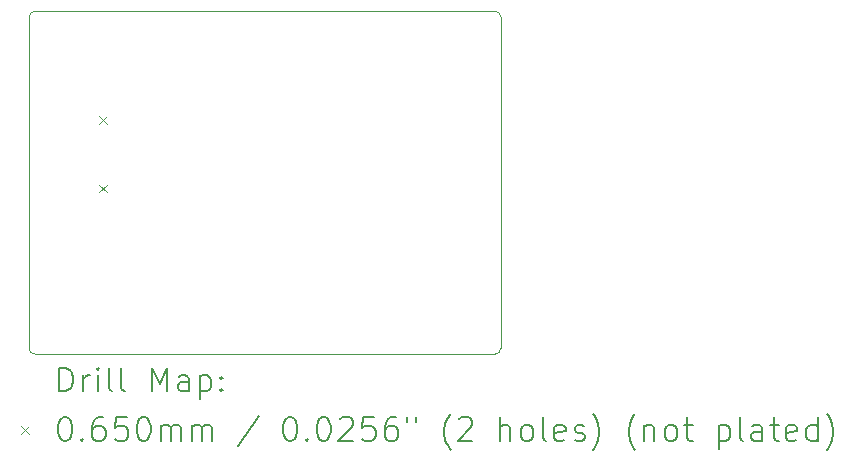
<source format=gbr>
%TF.GenerationSoftware,KiCad,Pcbnew,8.0.5*%
%TF.CreationDate,2024-09-22T09:32:32+02:00*%
%TF.ProjectId,nPM1300-breakout,6e504d31-3330-4302-9d62-7265616b6f75,rev?*%
%TF.SameCoordinates,Original*%
%TF.FileFunction,Drillmap*%
%TF.FilePolarity,Positive*%
%FSLAX45Y45*%
G04 Gerber Fmt 4.5, Leading zero omitted, Abs format (unit mm)*
G04 Created by KiCad (PCBNEW 8.0.5) date 2024-09-22 09:32:32*
%MOMM*%
%LPD*%
G01*
G04 APERTURE LIST*
%ADD10C,0.050000*%
%ADD11C,0.200000*%
%ADD12C,0.100000*%
G04 APERTURE END LIST*
D10*
X13607000Y-8826000D02*
G75*
G02*
X13557000Y-8876000I-50000J0D01*
G01*
X9611000Y-8826000D02*
X9611000Y-6023000D01*
X9661000Y-5973000D02*
X13557000Y-5973000D01*
X13607000Y-6023000D02*
X13607000Y-8826000D01*
X9611000Y-6023000D02*
G75*
G02*
X9661000Y-5973000I50000J0D01*
G01*
X13557000Y-5973000D02*
G75*
G02*
X13607000Y-6023000I0J-50000D01*
G01*
X13557000Y-8876000D02*
X9661000Y-8876000D01*
X9661000Y-8876000D02*
G75*
G02*
X9611000Y-8826000I0J50000D01*
G01*
D11*
D12*
X10205500Y-6862500D02*
X10270500Y-6927500D01*
X10270500Y-6862500D02*
X10205500Y-6927500D01*
X10205500Y-7440500D02*
X10270500Y-7505500D01*
X10270500Y-7440500D02*
X10205500Y-7505500D01*
D11*
X9869277Y-9189984D02*
X9869277Y-8989984D01*
X9869277Y-8989984D02*
X9916896Y-8989984D01*
X9916896Y-8989984D02*
X9945467Y-8999508D01*
X9945467Y-8999508D02*
X9964515Y-9018555D01*
X9964515Y-9018555D02*
X9974039Y-9037603D01*
X9974039Y-9037603D02*
X9983563Y-9075698D01*
X9983563Y-9075698D02*
X9983563Y-9104270D01*
X9983563Y-9104270D02*
X9974039Y-9142365D01*
X9974039Y-9142365D02*
X9964515Y-9161412D01*
X9964515Y-9161412D02*
X9945467Y-9180460D01*
X9945467Y-9180460D02*
X9916896Y-9189984D01*
X9916896Y-9189984D02*
X9869277Y-9189984D01*
X10069277Y-9189984D02*
X10069277Y-9056650D01*
X10069277Y-9094746D02*
X10078801Y-9075698D01*
X10078801Y-9075698D02*
X10088324Y-9066174D01*
X10088324Y-9066174D02*
X10107372Y-9056650D01*
X10107372Y-9056650D02*
X10126420Y-9056650D01*
X10193086Y-9189984D02*
X10193086Y-9056650D01*
X10193086Y-8989984D02*
X10183563Y-8999508D01*
X10183563Y-8999508D02*
X10193086Y-9009031D01*
X10193086Y-9009031D02*
X10202610Y-8999508D01*
X10202610Y-8999508D02*
X10193086Y-8989984D01*
X10193086Y-8989984D02*
X10193086Y-9009031D01*
X10316896Y-9189984D02*
X10297848Y-9180460D01*
X10297848Y-9180460D02*
X10288324Y-9161412D01*
X10288324Y-9161412D02*
X10288324Y-8989984D01*
X10421658Y-9189984D02*
X10402610Y-9180460D01*
X10402610Y-9180460D02*
X10393086Y-9161412D01*
X10393086Y-9161412D02*
X10393086Y-8989984D01*
X10650229Y-9189984D02*
X10650229Y-8989984D01*
X10650229Y-8989984D02*
X10716896Y-9132841D01*
X10716896Y-9132841D02*
X10783563Y-8989984D01*
X10783563Y-8989984D02*
X10783563Y-9189984D01*
X10964515Y-9189984D02*
X10964515Y-9085222D01*
X10964515Y-9085222D02*
X10954991Y-9066174D01*
X10954991Y-9066174D02*
X10935944Y-9056650D01*
X10935944Y-9056650D02*
X10897848Y-9056650D01*
X10897848Y-9056650D02*
X10878801Y-9066174D01*
X10964515Y-9180460D02*
X10945467Y-9189984D01*
X10945467Y-9189984D02*
X10897848Y-9189984D01*
X10897848Y-9189984D02*
X10878801Y-9180460D01*
X10878801Y-9180460D02*
X10869277Y-9161412D01*
X10869277Y-9161412D02*
X10869277Y-9142365D01*
X10869277Y-9142365D02*
X10878801Y-9123317D01*
X10878801Y-9123317D02*
X10897848Y-9113793D01*
X10897848Y-9113793D02*
X10945467Y-9113793D01*
X10945467Y-9113793D02*
X10964515Y-9104270D01*
X11059753Y-9056650D02*
X11059753Y-9256650D01*
X11059753Y-9066174D02*
X11078801Y-9056650D01*
X11078801Y-9056650D02*
X11116896Y-9056650D01*
X11116896Y-9056650D02*
X11135944Y-9066174D01*
X11135944Y-9066174D02*
X11145467Y-9075698D01*
X11145467Y-9075698D02*
X11154991Y-9094746D01*
X11154991Y-9094746D02*
X11154991Y-9151889D01*
X11154991Y-9151889D02*
X11145467Y-9170936D01*
X11145467Y-9170936D02*
X11135944Y-9180460D01*
X11135944Y-9180460D02*
X11116896Y-9189984D01*
X11116896Y-9189984D02*
X11078801Y-9189984D01*
X11078801Y-9189984D02*
X11059753Y-9180460D01*
X11240705Y-9170936D02*
X11250229Y-9180460D01*
X11250229Y-9180460D02*
X11240705Y-9189984D01*
X11240705Y-9189984D02*
X11231182Y-9180460D01*
X11231182Y-9180460D02*
X11240705Y-9170936D01*
X11240705Y-9170936D02*
X11240705Y-9189984D01*
X11240705Y-9066174D02*
X11250229Y-9075698D01*
X11250229Y-9075698D02*
X11240705Y-9085222D01*
X11240705Y-9085222D02*
X11231182Y-9075698D01*
X11231182Y-9075698D02*
X11240705Y-9066174D01*
X11240705Y-9066174D02*
X11240705Y-9085222D01*
D12*
X9543500Y-9486000D02*
X9608500Y-9551000D01*
X9608500Y-9486000D02*
X9543500Y-9551000D01*
D11*
X9907372Y-9409984D02*
X9926420Y-9409984D01*
X9926420Y-9409984D02*
X9945467Y-9419508D01*
X9945467Y-9419508D02*
X9954991Y-9429031D01*
X9954991Y-9429031D02*
X9964515Y-9448079D01*
X9964515Y-9448079D02*
X9974039Y-9486174D01*
X9974039Y-9486174D02*
X9974039Y-9533793D01*
X9974039Y-9533793D02*
X9964515Y-9571889D01*
X9964515Y-9571889D02*
X9954991Y-9590936D01*
X9954991Y-9590936D02*
X9945467Y-9600460D01*
X9945467Y-9600460D02*
X9926420Y-9609984D01*
X9926420Y-9609984D02*
X9907372Y-9609984D01*
X9907372Y-9609984D02*
X9888324Y-9600460D01*
X9888324Y-9600460D02*
X9878801Y-9590936D01*
X9878801Y-9590936D02*
X9869277Y-9571889D01*
X9869277Y-9571889D02*
X9859753Y-9533793D01*
X9859753Y-9533793D02*
X9859753Y-9486174D01*
X9859753Y-9486174D02*
X9869277Y-9448079D01*
X9869277Y-9448079D02*
X9878801Y-9429031D01*
X9878801Y-9429031D02*
X9888324Y-9419508D01*
X9888324Y-9419508D02*
X9907372Y-9409984D01*
X10059753Y-9590936D02*
X10069277Y-9600460D01*
X10069277Y-9600460D02*
X10059753Y-9609984D01*
X10059753Y-9609984D02*
X10050229Y-9600460D01*
X10050229Y-9600460D02*
X10059753Y-9590936D01*
X10059753Y-9590936D02*
X10059753Y-9609984D01*
X10240705Y-9409984D02*
X10202610Y-9409984D01*
X10202610Y-9409984D02*
X10183563Y-9419508D01*
X10183563Y-9419508D02*
X10174039Y-9429031D01*
X10174039Y-9429031D02*
X10154991Y-9457603D01*
X10154991Y-9457603D02*
X10145467Y-9495698D01*
X10145467Y-9495698D02*
X10145467Y-9571889D01*
X10145467Y-9571889D02*
X10154991Y-9590936D01*
X10154991Y-9590936D02*
X10164515Y-9600460D01*
X10164515Y-9600460D02*
X10183563Y-9609984D01*
X10183563Y-9609984D02*
X10221658Y-9609984D01*
X10221658Y-9609984D02*
X10240705Y-9600460D01*
X10240705Y-9600460D02*
X10250229Y-9590936D01*
X10250229Y-9590936D02*
X10259753Y-9571889D01*
X10259753Y-9571889D02*
X10259753Y-9524270D01*
X10259753Y-9524270D02*
X10250229Y-9505222D01*
X10250229Y-9505222D02*
X10240705Y-9495698D01*
X10240705Y-9495698D02*
X10221658Y-9486174D01*
X10221658Y-9486174D02*
X10183563Y-9486174D01*
X10183563Y-9486174D02*
X10164515Y-9495698D01*
X10164515Y-9495698D02*
X10154991Y-9505222D01*
X10154991Y-9505222D02*
X10145467Y-9524270D01*
X10440705Y-9409984D02*
X10345467Y-9409984D01*
X10345467Y-9409984D02*
X10335944Y-9505222D01*
X10335944Y-9505222D02*
X10345467Y-9495698D01*
X10345467Y-9495698D02*
X10364515Y-9486174D01*
X10364515Y-9486174D02*
X10412134Y-9486174D01*
X10412134Y-9486174D02*
X10431182Y-9495698D01*
X10431182Y-9495698D02*
X10440705Y-9505222D01*
X10440705Y-9505222D02*
X10450229Y-9524270D01*
X10450229Y-9524270D02*
X10450229Y-9571889D01*
X10450229Y-9571889D02*
X10440705Y-9590936D01*
X10440705Y-9590936D02*
X10431182Y-9600460D01*
X10431182Y-9600460D02*
X10412134Y-9609984D01*
X10412134Y-9609984D02*
X10364515Y-9609984D01*
X10364515Y-9609984D02*
X10345467Y-9600460D01*
X10345467Y-9600460D02*
X10335944Y-9590936D01*
X10574039Y-9409984D02*
X10593086Y-9409984D01*
X10593086Y-9409984D02*
X10612134Y-9419508D01*
X10612134Y-9419508D02*
X10621658Y-9429031D01*
X10621658Y-9429031D02*
X10631182Y-9448079D01*
X10631182Y-9448079D02*
X10640705Y-9486174D01*
X10640705Y-9486174D02*
X10640705Y-9533793D01*
X10640705Y-9533793D02*
X10631182Y-9571889D01*
X10631182Y-9571889D02*
X10621658Y-9590936D01*
X10621658Y-9590936D02*
X10612134Y-9600460D01*
X10612134Y-9600460D02*
X10593086Y-9609984D01*
X10593086Y-9609984D02*
X10574039Y-9609984D01*
X10574039Y-9609984D02*
X10554991Y-9600460D01*
X10554991Y-9600460D02*
X10545467Y-9590936D01*
X10545467Y-9590936D02*
X10535944Y-9571889D01*
X10535944Y-9571889D02*
X10526420Y-9533793D01*
X10526420Y-9533793D02*
X10526420Y-9486174D01*
X10526420Y-9486174D02*
X10535944Y-9448079D01*
X10535944Y-9448079D02*
X10545467Y-9429031D01*
X10545467Y-9429031D02*
X10554991Y-9419508D01*
X10554991Y-9419508D02*
X10574039Y-9409984D01*
X10726420Y-9609984D02*
X10726420Y-9476650D01*
X10726420Y-9495698D02*
X10735944Y-9486174D01*
X10735944Y-9486174D02*
X10754991Y-9476650D01*
X10754991Y-9476650D02*
X10783563Y-9476650D01*
X10783563Y-9476650D02*
X10802610Y-9486174D01*
X10802610Y-9486174D02*
X10812134Y-9505222D01*
X10812134Y-9505222D02*
X10812134Y-9609984D01*
X10812134Y-9505222D02*
X10821658Y-9486174D01*
X10821658Y-9486174D02*
X10840705Y-9476650D01*
X10840705Y-9476650D02*
X10869277Y-9476650D01*
X10869277Y-9476650D02*
X10888325Y-9486174D01*
X10888325Y-9486174D02*
X10897848Y-9505222D01*
X10897848Y-9505222D02*
X10897848Y-9609984D01*
X10993086Y-9609984D02*
X10993086Y-9476650D01*
X10993086Y-9495698D02*
X11002610Y-9486174D01*
X11002610Y-9486174D02*
X11021658Y-9476650D01*
X11021658Y-9476650D02*
X11050229Y-9476650D01*
X11050229Y-9476650D02*
X11069277Y-9486174D01*
X11069277Y-9486174D02*
X11078801Y-9505222D01*
X11078801Y-9505222D02*
X11078801Y-9609984D01*
X11078801Y-9505222D02*
X11088325Y-9486174D01*
X11088325Y-9486174D02*
X11107372Y-9476650D01*
X11107372Y-9476650D02*
X11135944Y-9476650D01*
X11135944Y-9476650D02*
X11154991Y-9486174D01*
X11154991Y-9486174D02*
X11164515Y-9505222D01*
X11164515Y-9505222D02*
X11164515Y-9609984D01*
X11554991Y-9400460D02*
X11383563Y-9657603D01*
X11812134Y-9409984D02*
X11831182Y-9409984D01*
X11831182Y-9409984D02*
X11850229Y-9419508D01*
X11850229Y-9419508D02*
X11859753Y-9429031D01*
X11859753Y-9429031D02*
X11869277Y-9448079D01*
X11869277Y-9448079D02*
X11878801Y-9486174D01*
X11878801Y-9486174D02*
X11878801Y-9533793D01*
X11878801Y-9533793D02*
X11869277Y-9571889D01*
X11869277Y-9571889D02*
X11859753Y-9590936D01*
X11859753Y-9590936D02*
X11850229Y-9600460D01*
X11850229Y-9600460D02*
X11831182Y-9609984D01*
X11831182Y-9609984D02*
X11812134Y-9609984D01*
X11812134Y-9609984D02*
X11793086Y-9600460D01*
X11793086Y-9600460D02*
X11783563Y-9590936D01*
X11783563Y-9590936D02*
X11774039Y-9571889D01*
X11774039Y-9571889D02*
X11764515Y-9533793D01*
X11764515Y-9533793D02*
X11764515Y-9486174D01*
X11764515Y-9486174D02*
X11774039Y-9448079D01*
X11774039Y-9448079D02*
X11783563Y-9429031D01*
X11783563Y-9429031D02*
X11793086Y-9419508D01*
X11793086Y-9419508D02*
X11812134Y-9409984D01*
X11964515Y-9590936D02*
X11974039Y-9600460D01*
X11974039Y-9600460D02*
X11964515Y-9609984D01*
X11964515Y-9609984D02*
X11954991Y-9600460D01*
X11954991Y-9600460D02*
X11964515Y-9590936D01*
X11964515Y-9590936D02*
X11964515Y-9609984D01*
X12097848Y-9409984D02*
X12116896Y-9409984D01*
X12116896Y-9409984D02*
X12135944Y-9419508D01*
X12135944Y-9419508D02*
X12145467Y-9429031D01*
X12145467Y-9429031D02*
X12154991Y-9448079D01*
X12154991Y-9448079D02*
X12164515Y-9486174D01*
X12164515Y-9486174D02*
X12164515Y-9533793D01*
X12164515Y-9533793D02*
X12154991Y-9571889D01*
X12154991Y-9571889D02*
X12145467Y-9590936D01*
X12145467Y-9590936D02*
X12135944Y-9600460D01*
X12135944Y-9600460D02*
X12116896Y-9609984D01*
X12116896Y-9609984D02*
X12097848Y-9609984D01*
X12097848Y-9609984D02*
X12078801Y-9600460D01*
X12078801Y-9600460D02*
X12069277Y-9590936D01*
X12069277Y-9590936D02*
X12059753Y-9571889D01*
X12059753Y-9571889D02*
X12050229Y-9533793D01*
X12050229Y-9533793D02*
X12050229Y-9486174D01*
X12050229Y-9486174D02*
X12059753Y-9448079D01*
X12059753Y-9448079D02*
X12069277Y-9429031D01*
X12069277Y-9429031D02*
X12078801Y-9419508D01*
X12078801Y-9419508D02*
X12097848Y-9409984D01*
X12240706Y-9429031D02*
X12250229Y-9419508D01*
X12250229Y-9419508D02*
X12269277Y-9409984D01*
X12269277Y-9409984D02*
X12316896Y-9409984D01*
X12316896Y-9409984D02*
X12335944Y-9419508D01*
X12335944Y-9419508D02*
X12345467Y-9429031D01*
X12345467Y-9429031D02*
X12354991Y-9448079D01*
X12354991Y-9448079D02*
X12354991Y-9467127D01*
X12354991Y-9467127D02*
X12345467Y-9495698D01*
X12345467Y-9495698D02*
X12231182Y-9609984D01*
X12231182Y-9609984D02*
X12354991Y-9609984D01*
X12535944Y-9409984D02*
X12440706Y-9409984D01*
X12440706Y-9409984D02*
X12431182Y-9505222D01*
X12431182Y-9505222D02*
X12440706Y-9495698D01*
X12440706Y-9495698D02*
X12459753Y-9486174D01*
X12459753Y-9486174D02*
X12507372Y-9486174D01*
X12507372Y-9486174D02*
X12526420Y-9495698D01*
X12526420Y-9495698D02*
X12535944Y-9505222D01*
X12535944Y-9505222D02*
X12545467Y-9524270D01*
X12545467Y-9524270D02*
X12545467Y-9571889D01*
X12545467Y-9571889D02*
X12535944Y-9590936D01*
X12535944Y-9590936D02*
X12526420Y-9600460D01*
X12526420Y-9600460D02*
X12507372Y-9609984D01*
X12507372Y-9609984D02*
X12459753Y-9609984D01*
X12459753Y-9609984D02*
X12440706Y-9600460D01*
X12440706Y-9600460D02*
X12431182Y-9590936D01*
X12716896Y-9409984D02*
X12678801Y-9409984D01*
X12678801Y-9409984D02*
X12659753Y-9419508D01*
X12659753Y-9419508D02*
X12650229Y-9429031D01*
X12650229Y-9429031D02*
X12631182Y-9457603D01*
X12631182Y-9457603D02*
X12621658Y-9495698D01*
X12621658Y-9495698D02*
X12621658Y-9571889D01*
X12621658Y-9571889D02*
X12631182Y-9590936D01*
X12631182Y-9590936D02*
X12640706Y-9600460D01*
X12640706Y-9600460D02*
X12659753Y-9609984D01*
X12659753Y-9609984D02*
X12697848Y-9609984D01*
X12697848Y-9609984D02*
X12716896Y-9600460D01*
X12716896Y-9600460D02*
X12726420Y-9590936D01*
X12726420Y-9590936D02*
X12735944Y-9571889D01*
X12735944Y-9571889D02*
X12735944Y-9524270D01*
X12735944Y-9524270D02*
X12726420Y-9505222D01*
X12726420Y-9505222D02*
X12716896Y-9495698D01*
X12716896Y-9495698D02*
X12697848Y-9486174D01*
X12697848Y-9486174D02*
X12659753Y-9486174D01*
X12659753Y-9486174D02*
X12640706Y-9495698D01*
X12640706Y-9495698D02*
X12631182Y-9505222D01*
X12631182Y-9505222D02*
X12621658Y-9524270D01*
X12812134Y-9409984D02*
X12812134Y-9448079D01*
X12888325Y-9409984D02*
X12888325Y-9448079D01*
X13183563Y-9686174D02*
X13174039Y-9676650D01*
X13174039Y-9676650D02*
X13154991Y-9648079D01*
X13154991Y-9648079D02*
X13145468Y-9629031D01*
X13145468Y-9629031D02*
X13135944Y-9600460D01*
X13135944Y-9600460D02*
X13126420Y-9552841D01*
X13126420Y-9552841D02*
X13126420Y-9514746D01*
X13126420Y-9514746D02*
X13135944Y-9467127D01*
X13135944Y-9467127D02*
X13145468Y-9438555D01*
X13145468Y-9438555D02*
X13154991Y-9419508D01*
X13154991Y-9419508D02*
X13174039Y-9390936D01*
X13174039Y-9390936D02*
X13183563Y-9381412D01*
X13250229Y-9429031D02*
X13259753Y-9419508D01*
X13259753Y-9419508D02*
X13278801Y-9409984D01*
X13278801Y-9409984D02*
X13326420Y-9409984D01*
X13326420Y-9409984D02*
X13345468Y-9419508D01*
X13345468Y-9419508D02*
X13354991Y-9429031D01*
X13354991Y-9429031D02*
X13364515Y-9448079D01*
X13364515Y-9448079D02*
X13364515Y-9467127D01*
X13364515Y-9467127D02*
X13354991Y-9495698D01*
X13354991Y-9495698D02*
X13240706Y-9609984D01*
X13240706Y-9609984D02*
X13364515Y-9609984D01*
X13602610Y-9609984D02*
X13602610Y-9409984D01*
X13688325Y-9609984D02*
X13688325Y-9505222D01*
X13688325Y-9505222D02*
X13678801Y-9486174D01*
X13678801Y-9486174D02*
X13659753Y-9476650D01*
X13659753Y-9476650D02*
X13631182Y-9476650D01*
X13631182Y-9476650D02*
X13612134Y-9486174D01*
X13612134Y-9486174D02*
X13602610Y-9495698D01*
X13812134Y-9609984D02*
X13793087Y-9600460D01*
X13793087Y-9600460D02*
X13783563Y-9590936D01*
X13783563Y-9590936D02*
X13774039Y-9571889D01*
X13774039Y-9571889D02*
X13774039Y-9514746D01*
X13774039Y-9514746D02*
X13783563Y-9495698D01*
X13783563Y-9495698D02*
X13793087Y-9486174D01*
X13793087Y-9486174D02*
X13812134Y-9476650D01*
X13812134Y-9476650D02*
X13840706Y-9476650D01*
X13840706Y-9476650D02*
X13859753Y-9486174D01*
X13859753Y-9486174D02*
X13869277Y-9495698D01*
X13869277Y-9495698D02*
X13878801Y-9514746D01*
X13878801Y-9514746D02*
X13878801Y-9571889D01*
X13878801Y-9571889D02*
X13869277Y-9590936D01*
X13869277Y-9590936D02*
X13859753Y-9600460D01*
X13859753Y-9600460D02*
X13840706Y-9609984D01*
X13840706Y-9609984D02*
X13812134Y-9609984D01*
X13993087Y-9609984D02*
X13974039Y-9600460D01*
X13974039Y-9600460D02*
X13964515Y-9581412D01*
X13964515Y-9581412D02*
X13964515Y-9409984D01*
X14145468Y-9600460D02*
X14126420Y-9609984D01*
X14126420Y-9609984D02*
X14088325Y-9609984D01*
X14088325Y-9609984D02*
X14069277Y-9600460D01*
X14069277Y-9600460D02*
X14059753Y-9581412D01*
X14059753Y-9581412D02*
X14059753Y-9505222D01*
X14059753Y-9505222D02*
X14069277Y-9486174D01*
X14069277Y-9486174D02*
X14088325Y-9476650D01*
X14088325Y-9476650D02*
X14126420Y-9476650D01*
X14126420Y-9476650D02*
X14145468Y-9486174D01*
X14145468Y-9486174D02*
X14154991Y-9505222D01*
X14154991Y-9505222D02*
X14154991Y-9524270D01*
X14154991Y-9524270D02*
X14059753Y-9543317D01*
X14231182Y-9600460D02*
X14250230Y-9609984D01*
X14250230Y-9609984D02*
X14288325Y-9609984D01*
X14288325Y-9609984D02*
X14307372Y-9600460D01*
X14307372Y-9600460D02*
X14316896Y-9581412D01*
X14316896Y-9581412D02*
X14316896Y-9571889D01*
X14316896Y-9571889D02*
X14307372Y-9552841D01*
X14307372Y-9552841D02*
X14288325Y-9543317D01*
X14288325Y-9543317D02*
X14259753Y-9543317D01*
X14259753Y-9543317D02*
X14240706Y-9533793D01*
X14240706Y-9533793D02*
X14231182Y-9514746D01*
X14231182Y-9514746D02*
X14231182Y-9505222D01*
X14231182Y-9505222D02*
X14240706Y-9486174D01*
X14240706Y-9486174D02*
X14259753Y-9476650D01*
X14259753Y-9476650D02*
X14288325Y-9476650D01*
X14288325Y-9476650D02*
X14307372Y-9486174D01*
X14383563Y-9686174D02*
X14393087Y-9676650D01*
X14393087Y-9676650D02*
X14412134Y-9648079D01*
X14412134Y-9648079D02*
X14421658Y-9629031D01*
X14421658Y-9629031D02*
X14431182Y-9600460D01*
X14431182Y-9600460D02*
X14440706Y-9552841D01*
X14440706Y-9552841D02*
X14440706Y-9514746D01*
X14440706Y-9514746D02*
X14431182Y-9467127D01*
X14431182Y-9467127D02*
X14421658Y-9438555D01*
X14421658Y-9438555D02*
X14412134Y-9419508D01*
X14412134Y-9419508D02*
X14393087Y-9390936D01*
X14393087Y-9390936D02*
X14383563Y-9381412D01*
X14745468Y-9686174D02*
X14735944Y-9676650D01*
X14735944Y-9676650D02*
X14716896Y-9648079D01*
X14716896Y-9648079D02*
X14707372Y-9629031D01*
X14707372Y-9629031D02*
X14697849Y-9600460D01*
X14697849Y-9600460D02*
X14688325Y-9552841D01*
X14688325Y-9552841D02*
X14688325Y-9514746D01*
X14688325Y-9514746D02*
X14697849Y-9467127D01*
X14697849Y-9467127D02*
X14707372Y-9438555D01*
X14707372Y-9438555D02*
X14716896Y-9419508D01*
X14716896Y-9419508D02*
X14735944Y-9390936D01*
X14735944Y-9390936D02*
X14745468Y-9381412D01*
X14821658Y-9476650D02*
X14821658Y-9609984D01*
X14821658Y-9495698D02*
X14831182Y-9486174D01*
X14831182Y-9486174D02*
X14850230Y-9476650D01*
X14850230Y-9476650D02*
X14878801Y-9476650D01*
X14878801Y-9476650D02*
X14897849Y-9486174D01*
X14897849Y-9486174D02*
X14907372Y-9505222D01*
X14907372Y-9505222D02*
X14907372Y-9609984D01*
X15031182Y-9609984D02*
X15012134Y-9600460D01*
X15012134Y-9600460D02*
X15002611Y-9590936D01*
X15002611Y-9590936D02*
X14993087Y-9571889D01*
X14993087Y-9571889D02*
X14993087Y-9514746D01*
X14993087Y-9514746D02*
X15002611Y-9495698D01*
X15002611Y-9495698D02*
X15012134Y-9486174D01*
X15012134Y-9486174D02*
X15031182Y-9476650D01*
X15031182Y-9476650D02*
X15059753Y-9476650D01*
X15059753Y-9476650D02*
X15078801Y-9486174D01*
X15078801Y-9486174D02*
X15088325Y-9495698D01*
X15088325Y-9495698D02*
X15097849Y-9514746D01*
X15097849Y-9514746D02*
X15097849Y-9571889D01*
X15097849Y-9571889D02*
X15088325Y-9590936D01*
X15088325Y-9590936D02*
X15078801Y-9600460D01*
X15078801Y-9600460D02*
X15059753Y-9609984D01*
X15059753Y-9609984D02*
X15031182Y-9609984D01*
X15154992Y-9476650D02*
X15231182Y-9476650D01*
X15183563Y-9409984D02*
X15183563Y-9581412D01*
X15183563Y-9581412D02*
X15193087Y-9600460D01*
X15193087Y-9600460D02*
X15212134Y-9609984D01*
X15212134Y-9609984D02*
X15231182Y-9609984D01*
X15450230Y-9476650D02*
X15450230Y-9676650D01*
X15450230Y-9486174D02*
X15469277Y-9476650D01*
X15469277Y-9476650D02*
X15507373Y-9476650D01*
X15507373Y-9476650D02*
X15526420Y-9486174D01*
X15526420Y-9486174D02*
X15535944Y-9495698D01*
X15535944Y-9495698D02*
X15545468Y-9514746D01*
X15545468Y-9514746D02*
X15545468Y-9571889D01*
X15545468Y-9571889D02*
X15535944Y-9590936D01*
X15535944Y-9590936D02*
X15526420Y-9600460D01*
X15526420Y-9600460D02*
X15507373Y-9609984D01*
X15507373Y-9609984D02*
X15469277Y-9609984D01*
X15469277Y-9609984D02*
X15450230Y-9600460D01*
X15659753Y-9609984D02*
X15640706Y-9600460D01*
X15640706Y-9600460D02*
X15631182Y-9581412D01*
X15631182Y-9581412D02*
X15631182Y-9409984D01*
X15821658Y-9609984D02*
X15821658Y-9505222D01*
X15821658Y-9505222D02*
X15812134Y-9486174D01*
X15812134Y-9486174D02*
X15793087Y-9476650D01*
X15793087Y-9476650D02*
X15754992Y-9476650D01*
X15754992Y-9476650D02*
X15735944Y-9486174D01*
X15821658Y-9600460D02*
X15802611Y-9609984D01*
X15802611Y-9609984D02*
X15754992Y-9609984D01*
X15754992Y-9609984D02*
X15735944Y-9600460D01*
X15735944Y-9600460D02*
X15726420Y-9581412D01*
X15726420Y-9581412D02*
X15726420Y-9562365D01*
X15726420Y-9562365D02*
X15735944Y-9543317D01*
X15735944Y-9543317D02*
X15754992Y-9533793D01*
X15754992Y-9533793D02*
X15802611Y-9533793D01*
X15802611Y-9533793D02*
X15821658Y-9524270D01*
X15888325Y-9476650D02*
X15964515Y-9476650D01*
X15916896Y-9409984D02*
X15916896Y-9581412D01*
X15916896Y-9581412D02*
X15926420Y-9600460D01*
X15926420Y-9600460D02*
X15945468Y-9609984D01*
X15945468Y-9609984D02*
X15964515Y-9609984D01*
X16107373Y-9600460D02*
X16088325Y-9609984D01*
X16088325Y-9609984D02*
X16050230Y-9609984D01*
X16050230Y-9609984D02*
X16031182Y-9600460D01*
X16031182Y-9600460D02*
X16021658Y-9581412D01*
X16021658Y-9581412D02*
X16021658Y-9505222D01*
X16021658Y-9505222D02*
X16031182Y-9486174D01*
X16031182Y-9486174D02*
X16050230Y-9476650D01*
X16050230Y-9476650D02*
X16088325Y-9476650D01*
X16088325Y-9476650D02*
X16107373Y-9486174D01*
X16107373Y-9486174D02*
X16116896Y-9505222D01*
X16116896Y-9505222D02*
X16116896Y-9524270D01*
X16116896Y-9524270D02*
X16021658Y-9543317D01*
X16288325Y-9609984D02*
X16288325Y-9409984D01*
X16288325Y-9600460D02*
X16269277Y-9609984D01*
X16269277Y-9609984D02*
X16231182Y-9609984D01*
X16231182Y-9609984D02*
X16212134Y-9600460D01*
X16212134Y-9600460D02*
X16202611Y-9590936D01*
X16202611Y-9590936D02*
X16193087Y-9571889D01*
X16193087Y-9571889D02*
X16193087Y-9514746D01*
X16193087Y-9514746D02*
X16202611Y-9495698D01*
X16202611Y-9495698D02*
X16212134Y-9486174D01*
X16212134Y-9486174D02*
X16231182Y-9476650D01*
X16231182Y-9476650D02*
X16269277Y-9476650D01*
X16269277Y-9476650D02*
X16288325Y-9486174D01*
X16364515Y-9686174D02*
X16374039Y-9676650D01*
X16374039Y-9676650D02*
X16393087Y-9648079D01*
X16393087Y-9648079D02*
X16402611Y-9629031D01*
X16402611Y-9629031D02*
X16412134Y-9600460D01*
X16412134Y-9600460D02*
X16421658Y-9552841D01*
X16421658Y-9552841D02*
X16421658Y-9514746D01*
X16421658Y-9514746D02*
X16412134Y-9467127D01*
X16412134Y-9467127D02*
X16402611Y-9438555D01*
X16402611Y-9438555D02*
X16393087Y-9419508D01*
X16393087Y-9419508D02*
X16374039Y-9390936D01*
X16374039Y-9390936D02*
X16364515Y-9381412D01*
M02*

</source>
